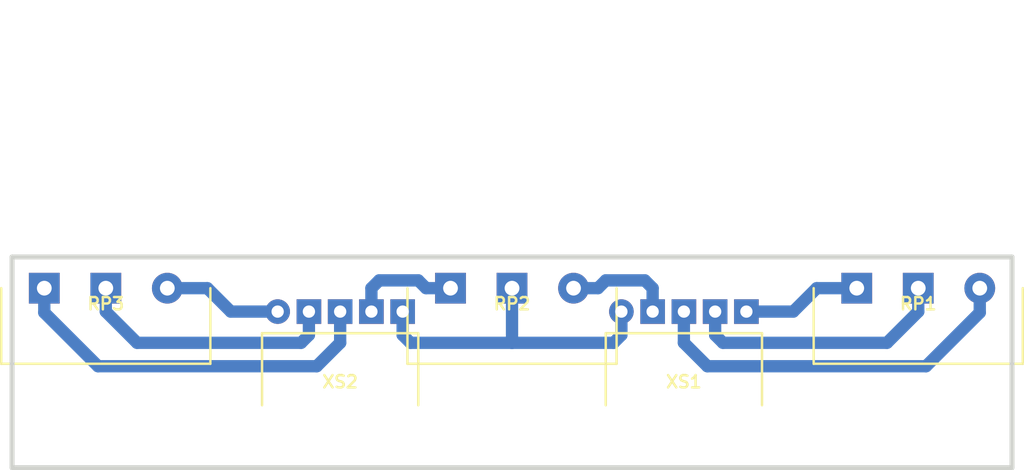
<source format=kicad_pcb>
(kicad_pcb (version 20171130) (host pcbnew 5.1.12-84ad8e8a86~92~ubuntu20.04.1)

  (general
    (thickness 1.6)
    (drawings 4)
    (tracks 43)
    (zones 0)
    (modules 5)
    (nets 10)
  )

  (page A4 portrait)
  (title_block
    (title ТКП-1.20.A-1)
    (date 2023-12-09)
    (rev 1A)
    (company "Good Grief Overdrive Potentiometer Board [REV1A]")
    (comment 1 http://github.com/Adept666)
    (comment 2 "Igor Ivanov (Игорь Иванов)")
    (comment 3 -ТТКРЧПДЛ-)
    (comment 4 "This project is licensed under GNU General Public License v3.0 or later")
  )

  (layers
    (0 F.Cu jumper)
    (31 B.Cu signal)
    (38 B.Mask user)
    (44 Edge.Cuts user)
    (45 Margin user)
    (46 B.CrtYd user)
    (47 F.CrtYd user)
    (49 F.Fab user)
  )

  (setup
    (last_trace_width 1)
    (user_trace_width 0.6)
    (trace_clearance 0)
    (zone_clearance 0.6)
    (zone_45_only no)
    (trace_min 0.2)
    (via_size 2)
    (via_drill 1)
    (via_min_size 0.4)
    (via_min_drill 0.3)
    (uvia_size 0.3)
    (uvia_drill 0.1)
    (uvias_allowed no)
    (uvia_min_size 0)
    (uvia_min_drill 0)
    (edge_width 0.4)
    (segment_width 0.2)
    (pcb_text_width 0.3)
    (pcb_text_size 1.5 1.5)
    (mod_edge_width 0.15)
    (mod_text_size 1 1)
    (mod_text_width 0.15)
    (pad_size 1.6 1.8)
    (pad_drill 0)
    (pad_to_mask_clearance 0.2)
    (solder_mask_min_width 0.1)
    (aux_axis_origin 0 0)
    (visible_elements 7FFFFFFF)
    (pcbplotparams
      (layerselection 0x20000_7ffffffe)
      (usegerberextensions false)
      (usegerberattributes false)
      (usegerberadvancedattributes false)
      (creategerberjobfile false)
      (excludeedgelayer false)
      (linewidth 0.100000)
      (plotframeref true)
      (viasonmask false)
      (mode 1)
      (useauxorigin false)
      (hpglpennumber 1)
      (hpglpenspeed 20)
      (hpglpendiameter 15.000000)
      (psnegative false)
      (psa4output false)
      (plotreference false)
      (plotvalue true)
      (plotinvisibletext false)
      (padsonsilk true)
      (subtractmaskfromsilk false)
      (outputformat 4)
      (mirror false)
      (drillshape 0)
      (scaleselection 1)
      (outputdirectory ""))
  )

  (net 0 "")
  (net 1 "Net-(RP1-Pad3)")
  (net 2 "Net-(RP1-Pad1)")
  (net 3 "Net-(RP1-Pad2)")
  (net 4 "Net-(RP2-Pad3)")
  (net 5 "Net-(RP2-Pad1)")
  (net 6 "Net-(RP2-Pad2)")
  (net 7 "Net-(RP3-Pad3)")
  (net 8 "Net-(RP3-Pad1)")
  (net 9 "Net-(RP3-Pad2)")

  (net_class Default "This is the default net class."
    (clearance 0)
    (trace_width 1)
    (via_dia 2)
    (via_drill 1)
    (uvia_dia 0.3)
    (uvia_drill 0.1)
    (add_net "Net-(RP1-Pad1)")
    (add_net "Net-(RP1-Pad2)")
    (add_net "Net-(RP1-Pad3)")
    (add_net "Net-(RP2-Pad1)")
    (add_net "Net-(RP2-Pad2)")
    (add_net "Net-(RP2-Pad3)")
    (add_net "Net-(RP3-Pad1)")
    (add_net "Net-(RP3-Pad2)")
    (add_net "Net-(RP3-Pad3)")
  )

  (module KCL-TH-SL:RP-PDB181-K-20-P (layer F.Cu) (tedit 60030E39) (tstamp 608AEE6A)
    (at 138.43 142.875 180)
    (path /60859B26)
    (fp_text reference RP1 (at 0 -1.27 180) (layer F.SilkS)
      (effects (font (size 1 1) (thickness 0.2)))
    )
    (fp_text value "RP1: B100K" (at 0 -1.27 180) (layer F.Fab)
      (effects (font (size 1 1) (thickness 0.2)))
    )
    (fp_line (start -8.5 -6.15) (end 8.5 -6.15) (layer F.Fab) (width 0.2))
    (fp_line (start -8.5 3.35) (end 8.5 3.35) (layer F.Fab) (width 0.2))
    (fp_line (start -3 23.35) (end 3 23.35) (layer F.Fab) (width 0.2))
    (fp_line (start -8.5 -6.15) (end -8.5 3.35) (layer F.Fab) (width 0.2))
    (fp_line (start 8.5 -6.15) (end 8.5 3.35) (layer F.Fab) (width 0.2))
    (fp_line (start -3.5 3.35) (end -3.5 9.85) (layer F.Fab) (width 0.2))
    (fp_line (start 3.5 3.35) (end 3.5 9.85) (layer F.Fab) (width 0.2))
    (fp_line (start -3 9.85) (end -3 23.35) (layer F.Fab) (width 0.2))
    (fp_line (start 3 9.85) (end 3 23.35) (layer F.Fab) (width 0.2))
    (fp_line (start -3.5 9.85) (end 3.5 9.85) (layer F.Fab) (width 0.2))
    (fp_line (start -8.5 -6.15) (end 8.5 -6.15) (layer F.SilkS) (width 0.2))
    (fp_line (start -8.5 -6.15) (end -8.5 0) (layer F.SilkS) (width 0.2))
    (fp_line (start 8.5 -6.15) (end 8.5 0) (layer F.SilkS) (width 0.2))
    (fp_line (start -8.5 -6.15) (end 8.5 -6.15) (layer F.CrtYd) (width 0.1))
    (fp_line (start -8.5 23.35) (end 8.5 23.35) (layer F.CrtYd) (width 0.1))
    (fp_line (start -8.5 -6.15) (end -8.5 23.35) (layer F.CrtYd) (width 0.1))
    (fp_line (start 8.5 -6.15) (end 8.5 23.35) (layer F.CrtYd) (width 0.1))
    (fp_line (start -8.5 5.35) (end -7.366 5.35) (layer F.Fab) (width 0.2))
    (fp_line (start -8.5 3.35) (end -8.5 5.35) (layer F.Fab) (width 0.2))
    (fp_line (start -7.3 3.35) (end -7.3 5.35) (layer F.Fab) (width 0.2))
    (pad 2 thru_hole rect (at 0 0 180) (size 2.5 2.5) (drill 1.2) (layers B.Cu B.Mask)
      (net 3 "Net-(RP1-Pad2)"))
    (pad 1 thru_hole circle (at -5 0 180) (size 2.5 2.5) (drill 1.2) (layers B.Cu B.Mask)
      (net 2 "Net-(RP1-Pad1)"))
    (pad 3 thru_hole rect (at 5 0 180) (size 2.5 2.5) (drill 1.2) (layers B.Cu B.Mask)
      (net 1 "Net-(RP1-Pad3)"))
  )

  (module KCL-TH-SL:RP-PDB181-K-20-P (layer F.Cu) (tedit 60030E39) (tstamp 5FE6D9E5)
    (at 105.41 142.875 180)
    (path /5FE7A122)
    (fp_text reference RP2 (at 0 -1.27 180) (layer F.SilkS)
      (effects (font (size 1 1) (thickness 0.2)))
    )
    (fp_text value "RP2: B5K" (at 0 -1.27 180) (layer F.Fab)
      (effects (font (size 1 1) (thickness 0.2)))
    )
    (fp_line (start -7.3 3.35) (end -7.3 5.35) (layer F.Fab) (width 0.2))
    (fp_line (start -8.5 3.35) (end -8.5 5.35) (layer F.Fab) (width 0.2))
    (fp_line (start -8.5 5.35) (end -7.366 5.35) (layer F.Fab) (width 0.2))
    (fp_line (start 8.5 -6.15) (end 8.5 23.35) (layer F.CrtYd) (width 0.1))
    (fp_line (start -8.5 -6.15) (end -8.5 23.35) (layer F.CrtYd) (width 0.1))
    (fp_line (start -8.5 23.35) (end 8.5 23.35) (layer F.CrtYd) (width 0.1))
    (fp_line (start -8.5 -6.15) (end 8.5 -6.15) (layer F.CrtYd) (width 0.1))
    (fp_line (start 8.5 -6.15) (end 8.5 0) (layer F.SilkS) (width 0.2))
    (fp_line (start -8.5 -6.15) (end -8.5 0) (layer F.SilkS) (width 0.2))
    (fp_line (start -8.5 -6.15) (end 8.5 -6.15) (layer F.SilkS) (width 0.2))
    (fp_line (start -3.5 9.85) (end 3.5 9.85) (layer F.Fab) (width 0.2))
    (fp_line (start 3 9.85) (end 3 23.35) (layer F.Fab) (width 0.2))
    (fp_line (start -3 9.85) (end -3 23.35) (layer F.Fab) (width 0.2))
    (fp_line (start 3.5 3.35) (end 3.5 9.85) (layer F.Fab) (width 0.2))
    (fp_line (start -3.5 3.35) (end -3.5 9.85) (layer F.Fab) (width 0.2))
    (fp_line (start 8.5 -6.15) (end 8.5 3.35) (layer F.Fab) (width 0.2))
    (fp_line (start -8.5 -6.15) (end -8.5 3.35) (layer F.Fab) (width 0.2))
    (fp_line (start -3 23.35) (end 3 23.35) (layer F.Fab) (width 0.2))
    (fp_line (start -8.5 3.35) (end 8.5 3.35) (layer F.Fab) (width 0.2))
    (fp_line (start -8.5 -6.15) (end 8.5 -6.15) (layer F.Fab) (width 0.2))
    (pad 3 thru_hole rect (at 5 0 180) (size 2.5 2.5) (drill 1.2) (layers B.Cu B.Mask)
      (net 4 "Net-(RP2-Pad3)"))
    (pad 1 thru_hole circle (at -5 0 180) (size 2.5 2.5) (drill 1.2) (layers B.Cu B.Mask)
      (net 5 "Net-(RP2-Pad1)"))
    (pad 2 thru_hole rect (at 0 0 180) (size 2.5 2.5) (drill 1.2) (layers B.Cu B.Mask)
      (net 6 "Net-(RP2-Pad2)"))
  )

  (module KCL-TH-SL:RP-PDB181-K-20-P (layer F.Cu) (tedit 60030E39) (tstamp 608AEDE7)
    (at 72.39 142.875 180)
    (path /60857FB0)
    (fp_text reference RP3 (at 0 -1.27 180) (layer F.SilkS)
      (effects (font (size 1 1) (thickness 0.2)))
    )
    (fp_text value "RP3: A500K" (at 0 -1.27 180) (layer F.Fab)
      (effects (font (size 1 1) (thickness 0.2)))
    )
    (fp_line (start -7.3 3.35) (end -7.3 5.35) (layer F.Fab) (width 0.2))
    (fp_line (start -8.5 3.35) (end -8.5 5.35) (layer F.Fab) (width 0.2))
    (fp_line (start -8.5 5.35) (end -7.366 5.35) (layer F.Fab) (width 0.2))
    (fp_line (start 8.5 -6.15) (end 8.5 23.35) (layer F.CrtYd) (width 0.1))
    (fp_line (start -8.5 -6.15) (end -8.5 23.35) (layer F.CrtYd) (width 0.1))
    (fp_line (start -8.5 23.35) (end 8.5 23.35) (layer F.CrtYd) (width 0.1))
    (fp_line (start -8.5 -6.15) (end 8.5 -6.15) (layer F.CrtYd) (width 0.1))
    (fp_line (start 8.5 -6.15) (end 8.5 0) (layer F.SilkS) (width 0.2))
    (fp_line (start -8.5 -6.15) (end -8.5 0) (layer F.SilkS) (width 0.2))
    (fp_line (start -8.5 -6.15) (end 8.5 -6.15) (layer F.SilkS) (width 0.2))
    (fp_line (start -3.5 9.85) (end 3.5 9.85) (layer F.Fab) (width 0.2))
    (fp_line (start 3 9.85) (end 3 23.35) (layer F.Fab) (width 0.2))
    (fp_line (start -3 9.85) (end -3 23.35) (layer F.Fab) (width 0.2))
    (fp_line (start 3.5 3.35) (end 3.5 9.85) (layer F.Fab) (width 0.2))
    (fp_line (start -3.5 3.35) (end -3.5 9.85) (layer F.Fab) (width 0.2))
    (fp_line (start 8.5 -6.15) (end 8.5 3.35) (layer F.Fab) (width 0.2))
    (fp_line (start -8.5 -6.15) (end -8.5 3.35) (layer F.Fab) (width 0.2))
    (fp_line (start -3 23.35) (end 3 23.35) (layer F.Fab) (width 0.2))
    (fp_line (start -8.5 3.35) (end 8.5 3.35) (layer F.Fab) (width 0.2))
    (fp_line (start -8.5 -6.15) (end 8.5 -6.15) (layer F.Fab) (width 0.2))
    (pad 3 thru_hole rect (at 5 0 180) (size 2.5 2.5) (drill 1.2) (layers B.Cu B.Mask)
      (net 7 "Net-(RP3-Pad3)"))
    (pad 1 thru_hole circle (at -5 0 180) (size 2.5 2.5) (drill 1.2) (layers B.Cu B.Mask)
      (net 8 "Net-(RP3-Pad1)"))
    (pad 2 thru_hole rect (at 0 0 180) (size 2.5 2.5) (drill 1.2) (layers B.Cu B.Mask)
      (net 9 "Net-(RP3-Pad2)"))
  )

  (module KCL-TH-SL:CON-PBS-05R (layer F.Cu) (tedit 62D29120) (tstamp 6083D2A8)
    (at 119.38 144.78)
    (path /60031E05)
    (fp_text reference XS1 (at 0 5.715) (layer F.SilkS)
      (effects (font (size 1 1) (thickness 0.2)))
    )
    (fp_text value PBS-05R (at 0 5.715) (layer F.Fab)
      (effects (font (size 1 1) (thickness 0.2)))
    )
    (fp_line (start 6.35 1.76) (end 6.35 10.16) (layer F.Fab) (width 0.2))
    (fp_line (start -6.35 1.76) (end -6.35 10.16) (layer F.Fab) (width 0.2))
    (fp_line (start -6.35 10.16) (end 6.35 10.16) (layer F.Fab) (width 0.2))
    (fp_line (start -6.35 1.76) (end 6.35 1.76) (layer F.Fab) (width 0.2))
    (fp_line (start -6.35 1.76) (end 6.35 1.76) (layer F.SilkS) (width 0.2))
    (fp_line (start -6.35 1.76) (end -6.35 7.62) (layer F.SilkS) (width 0.2))
    (fp_line (start 6.35 1.76) (end 6.35 7.62) (layer F.SilkS) (width 0.2))
    (fp_line (start -6.35 -0.5) (end 6.35 -0.5) (layer F.CrtYd) (width 0.1))
    (fp_line (start -6.35 10.16) (end 6.35 10.16) (layer F.CrtYd) (width 0.1))
    (fp_line (start -6.35 -0.5) (end -6.35 10.16) (layer F.CrtYd) (width 0.1))
    (fp_line (start 6.35 -0.5) (end 6.35 10.16) (layer F.CrtYd) (width 0.1))
    (pad 5 thru_hole rect (at 5.08 0) (size 2 2) (drill 1) (layers B.Cu B.Mask)
      (net 1 "Net-(RP1-Pad3)"))
    (pad 4 thru_hole rect (at 2.54 0) (size 2 2) (drill 1) (layers B.Cu B.Mask)
      (net 3 "Net-(RP1-Pad2)"))
    (pad 1 thru_hole circle (at -5.08 0) (size 2 2) (drill 1) (layers B.Cu B.Mask)
      (net 6 "Net-(RP2-Pad2)"))
    (pad 2 thru_hole rect (at -2.54 0) (size 2 2) (drill 1) (layers B.Cu B.Mask)
      (net 5 "Net-(RP2-Pad1)"))
    (pad 3 thru_hole rect (at 0 0) (size 2 2) (drill 1) (layers B.Cu B.Mask)
      (net 2 "Net-(RP1-Pad1)"))
  )

  (module KCL-TH-SL:CON-PBS-05R (layer F.Cu) (tedit 62D29120) (tstamp 60031F53)
    (at 91.44 144.78)
    (path /600A2C72)
    (fp_text reference XS2 (at 0 5.715) (layer F.SilkS)
      (effects (font (size 1 1) (thickness 0.2)))
    )
    (fp_text value PBS-05R (at 0 5.715) (layer F.Fab)
      (effects (font (size 1 1) (thickness 0.2)))
    )
    (fp_line (start 6.35 1.76) (end 6.35 10.16) (layer F.Fab) (width 0.2))
    (fp_line (start -6.35 1.76) (end -6.35 10.16) (layer F.Fab) (width 0.2))
    (fp_line (start -6.35 10.16) (end 6.35 10.16) (layer F.Fab) (width 0.2))
    (fp_line (start -6.35 1.76) (end 6.35 1.76) (layer F.Fab) (width 0.2))
    (fp_line (start -6.35 1.76) (end 6.35 1.76) (layer F.SilkS) (width 0.2))
    (fp_line (start -6.35 1.76) (end -6.35 7.62) (layer F.SilkS) (width 0.2))
    (fp_line (start 6.35 1.76) (end 6.35 7.62) (layer F.SilkS) (width 0.2))
    (fp_line (start -6.35 -0.5) (end 6.35 -0.5) (layer F.CrtYd) (width 0.1))
    (fp_line (start -6.35 10.16) (end 6.35 10.16) (layer F.CrtYd) (width 0.1))
    (fp_line (start -6.35 -0.5) (end -6.35 10.16) (layer F.CrtYd) (width 0.1))
    (fp_line (start 6.35 -0.5) (end 6.35 10.16) (layer F.CrtYd) (width 0.1))
    (pad 5 thru_hole rect (at 5.08 0) (size 2 2) (drill 1) (layers B.Cu B.Mask)
      (net 6 "Net-(RP2-Pad2)"))
    (pad 4 thru_hole rect (at 2.54 0) (size 2 2) (drill 1) (layers B.Cu B.Mask)
      (net 4 "Net-(RP2-Pad3)"))
    (pad 1 thru_hole circle (at -5.08 0) (size 2 2) (drill 1) (layers B.Cu B.Mask)
      (net 8 "Net-(RP3-Pad1)"))
    (pad 2 thru_hole rect (at -2.54 0) (size 2 2) (drill 1) (layers B.Cu B.Mask)
      (net 9 "Net-(RP3-Pad2)"))
    (pad 3 thru_hole rect (at 0 0) (size 2 2) (drill 1) (layers B.Cu B.Mask)
      (net 7 "Net-(RP3-Pad3)"))
  )

  (gr_line (start 146.05 140.335) (end 146.05 157.48) (layer Edge.Cuts) (width 0.4) (tstamp 5FE6F872))
  (gr_line (start 64.77 140.335) (end 64.77 157.48) (layer Edge.Cuts) (width 0.4) (tstamp 5FE6F872))
  (gr_line (start 64.77 157.48) (end 146.05 157.48) (layer Edge.Cuts) (width 0.4) (tstamp 5FE6FAB1))
  (gr_line (start 64.77 140.335) (end 146.05 140.335) (layer Edge.Cuts) (width 0.4) (tstamp 5FE6F86E))

  (segment (start 133.43 142.875) (end 130.175 142.875) (width 1) (layer B.Cu) (net 1))
  (segment (start 130.175 142.875) (end 128.27 144.78) (width 1) (layer B.Cu) (net 1))
  (segment (start 128.27 144.78) (end 124.46 144.78) (width 1) (layer B.Cu) (net 1))
  (segment (start 143.43 142.875) (end 143.43 144.86) (width 1) (layer B.Cu) (net 2))
  (segment (start 143.43 144.86) (end 139.065 149.225) (width 1) (layer B.Cu) (net 2))
  (segment (start 119.38 147.32) (end 119.38 144.78) (width 1) (layer B.Cu) (net 2))
  (segment (start 139.065 149.225) (end 121.285 149.225) (width 1) (layer B.Cu) (net 2))
  (segment (start 121.285 149.225) (end 119.38 147.32) (width 1) (layer B.Cu) (net 2))
  (segment (start 138.43 142.875) (end 138.43 144.78) (width 1) (layer B.Cu) (net 3))
  (segment (start 138.43 144.78) (end 135.89 147.32) (width 1) (layer B.Cu) (net 3))
  (segment (start 121.92 146.685) (end 121.92 144.78) (width 1) (layer B.Cu) (net 3))
  (segment (start 135.89 147.32) (end 122.555 147.32) (width 1) (layer B.Cu) (net 3))
  (segment (start 122.555 147.32) (end 121.92 146.685) (width 1) (layer B.Cu) (net 3))
  (segment (start 93.98 142.875) (end 93.98 144.78) (width 1) (layer B.Cu) (net 4))
  (segment (start 97.79 142.24) (end 94.615 142.24) (width 1) (layer B.Cu) (net 4))
  (segment (start 100.41 142.875) (end 98.425 142.875) (width 1) (layer B.Cu) (net 4))
  (segment (start 94.615 142.24) (end 93.98 142.875) (width 1) (layer B.Cu) (net 4))
  (segment (start 98.425 142.875) (end 97.79 142.24) (width 1) (layer B.Cu) (net 4))
  (segment (start 110.41 142.875) (end 112.395 142.875) (width 1) (layer B.Cu) (net 5))
  (segment (start 112.395 142.875) (end 113.03 142.24) (width 1) (layer B.Cu) (net 5))
  (segment (start 113.03 142.24) (end 116.205 142.24) (width 1) (layer B.Cu) (net 5))
  (segment (start 116.205 142.24) (end 116.84 142.875) (width 1) (layer B.Cu) (net 5))
  (segment (start 116.84 142.875) (end 116.84 144.78) (width 1) (layer B.Cu) (net 5))
  (segment (start 96.52 144.78) (end 96.52 146.685) (width 1) (layer B.Cu) (net 6))
  (segment (start 96.52 146.685) (end 97.155 147.32) (width 1) (layer B.Cu) (net 6))
  (segment (start 114.3 144.78) (end 114.3 146.685) (width 1) (layer B.Cu) (net 6))
  (segment (start 114.3 146.685) (end 113.665 147.32) (width 1) (layer B.Cu) (net 6))
  (segment (start 105.41 142.875) (end 105.41 147.32) (width 1) (layer B.Cu) (net 6))
  (segment (start 97.155 147.32) (end 105.41 147.32) (width 1) (layer B.Cu) (net 6))
  (segment (start 113.665 147.32) (end 105.41 147.32) (width 1) (layer B.Cu) (net 6))
  (segment (start 67.39 142.875) (end 67.39 144.86) (width 1) (layer B.Cu) (net 7))
  (segment (start 67.39 144.86) (end 71.755 149.225) (width 1) (layer B.Cu) (net 7))
  (segment (start 91.44 147.32) (end 91.44 144.78) (width 1) (layer B.Cu) (net 7))
  (segment (start 71.755 149.225) (end 89.535 149.225) (width 1) (layer B.Cu) (net 7))
  (segment (start 89.535 149.225) (end 91.44 147.32) (width 1) (layer B.Cu) (net 7))
  (segment (start 77.39 142.875) (end 80.645 142.875) (width 1) (layer B.Cu) (net 8))
  (segment (start 80.645 142.875) (end 82.55 144.78) (width 1) (layer B.Cu) (net 8))
  (segment (start 82.55 144.78) (end 86.36 144.78) (width 1) (layer B.Cu) (net 8))
  (segment (start 72.39 144.78) (end 74.93 147.32) (width 1) (layer B.Cu) (net 9))
  (segment (start 72.39 142.875) (end 72.39 144.78) (width 1) (layer B.Cu) (net 9))
  (segment (start 88.9 146.685) (end 88.9 144.78) (width 1) (layer B.Cu) (net 9))
  (segment (start 74.93 147.32) (end 88.265 147.32) (width 1) (layer B.Cu) (net 9))
  (segment (start 88.265 147.32) (end 88.9 146.685) (width 1) (layer B.Cu) (net 9))

)

</source>
